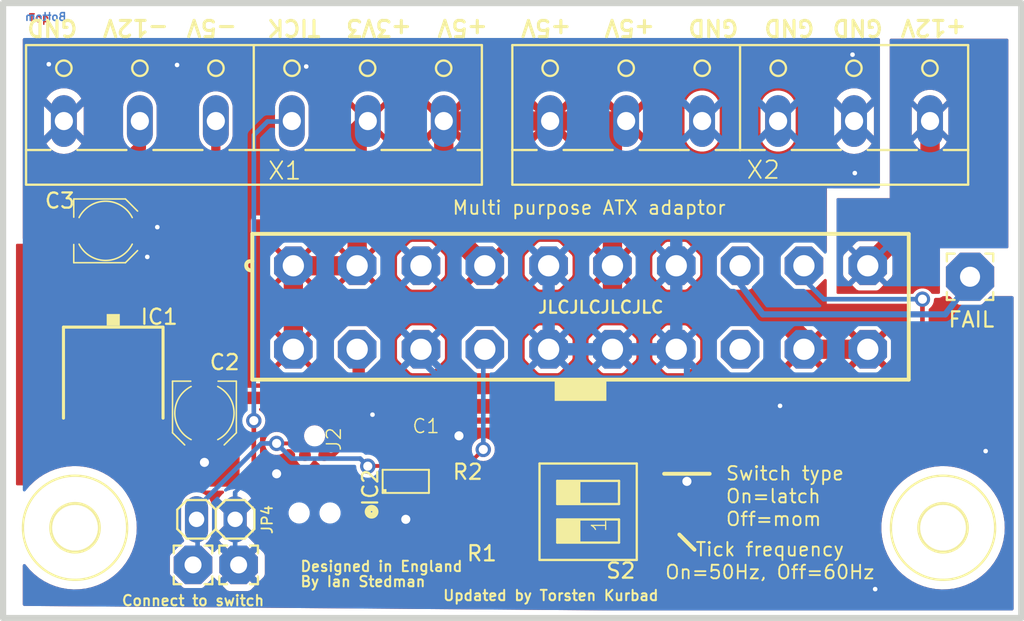
<source format=kicad_pcb>
(kicad_pcb (version 20221018) (generator pcbnew)
  (layers (0 "F.Cu" signal) (31 "B.Cu" signal) (34 "B.Paste" user) (35 "F.Paste" user) (36 "B.SilkS" user "B.Silkscreen") (37 "F.SilkS" user "F.Silkscreen") (38 "B.Mask" user) (39 "F.Mask" user) (44 "Edge.Cuts" user))
  (net 0 "")
  (net 1 "GND")
  (net 2 "+5VPOWER")
  (net 3 "-12VPOWER")
  (net 4 "+5VSB")
  (net 5 "+12VPOWER")
  (net 6 "FAIL")
  (net 7 "-5VA")
  (net 8 "+3V3")
  (net 9 "SWITCH1")
  (net 10 "PCLK")
  (net 11 "PDAT")
  (net 12 "PWRON")
  (net 13 "N$1")
  (net 14 "N$2")
  (net 15 "N$3")
  (footprint "UD-4X5,8_NICHICON" (layer "F.Cu") (at 128.2511 111.7536 -90)
    (fp_text reference "C2" (at -3.345 -2.405) (layer "F.SilkS") (effects (justify right)))
    (fp_text value "1uF")
    (pad "+" smd rect (at 1.425 0 270) (size 2 1) (layers "F.Cu" "F.Paste" "F.Mask") (net 1 "GND"))
    (pad "-" smd rect (at -1.425 0 270) (size 2 1) (layers "F.Cu" "F.Paste" "F.Mask") (net 3 "-12VPOWER"))
  )
  (footprint "2,54_1,1" (layer "F.Cu") (at 130.5011 121.7536)
    (fp_text reference "PAD2" hide)
    (fp_text value "")
    (pad "1" thru_hole roundrect (at 0 0) (size 2.54 2.54) (drill 1.1176) (layers "*.Cu" "*.Mask") (chamfer_ratio 0.2928932188) (chamfer top_left top_right bottom_left bottom_right) (net 1 "GND"))
  )
  (footprint "MOLEX39281203" (layer "F.Cu") (at 153.0011 104.7536)
    (fp_text reference "J1" hide)
    (fp_text value "ATXP20" hide)
    (pad "1" thru_hole roundrect (at -18.9 -2.7) (size 2.54 2.54) (drill 1.4) (layers "*.Cu" "*.Mask") (chamfer_ratio 0.2928932188) (chamfer top_left top_right bottom_left bottom_right) (net 8 "+3V3"))
    (pad "2" thru_hole roundrect (at -14.7 -2.7) (size 2.54 2.54) (drill 1.4) (layers "*.Cu" "*.Mask") (chamfer_ratio 0.2928932188) (chamfer top_left top_right bottom_left bottom_right) (net 8 "+3V3"))
    (pad "3" thru_hole roundrect (at -10.5 -2.7) (size 2.54 2.54) (drill 1.4) (layers "*.Cu" "*.Mask") (chamfer_ratio 0.2928932188) (chamfer top_left top_right bottom_left bottom_right) (net 1 "GND"))
    (pad "4" thru_hole roundrect (at -6.3 -2.7) (size 2.54 2.54) (drill 1.4) (layers "*.Cu" "*.Mask") (chamfer_ratio 0.2928932188) (chamfer top_left top_right bottom_left bottom_right) (net 2 "+5VPOWER"))
    (pad "5" thru_hole roundrect (at -2.1 -2.7) (size 2.54 2.54) (drill 1.4) (layers "*.Cu" "*.Mask") (chamfer_ratio 0.2928932188) (chamfer top_left top_right bottom_left bottom_right) (net 1 "GND"))
    (pad "6" thru_hole roundrect (at 2.1 -2.7) (size 2.54 2.54) (drill 1.4) (layers "*.Cu" "*.Mask") (chamfer_ratio 0.2928932188) (chamfer top_left top_right bottom_left bottom_right) (net 2 "+5VPOWER"))
    (pad "7" thru_hole roundrect (at 6.3 -2.7) (size 2.54 2.54) (drill 1.4) (layers "*.Cu" "*.Mask") (chamfer_ratio 0.2928932188) (chamfer top_left top_right bottom_left bottom_right) (net 1 "GND"))
    (pad "8" thru_hole roundrect (at 10.5 -2.7) (size 2.54 2.54) (drill 1.4) (layers "*.Cu" "*.Mask") (chamfer_ratio 0.2928932188) (chamfer top_left top_right bottom_left bottom_right) (net 6 "FAIL"))
    (pad "9" thru_hole roundrect (at 14.7 -2.7) (size 2.54 2.54) (drill 1.4) (layers "*.Cu" "*.Mask") (chamfer_ratio 0.2928932188) (chamfer top_left top_right bottom_left bottom_right) (net 4 "+5VSB"))
    (pad "10" thru_hole roundrect (at 18.9 -2.7) (size 2.54 2.54) (drill 1.4) (layers "*.Cu" "*.Mask") (chamfer_ratio 0.2928932188) (chamfer top_left top_right bottom_left bottom_right) (net 5 "+12VPOWER"))
    (pad "11" thru_hole roundrect (at -18.9 2.8) (size 2.54 2.54) (drill 1.4) (layers "*.Cu" "*.Mask") (chamfer_ratio 0.2928932188) (chamfer top_left top_right bottom_left bottom_right) (net 8 "+3V3"))
    (pad "12" thru_hole roundrect (at -14.7 2.8) (size 2.54 2.54) (drill 1.4) (layers "*.Cu" "*.Mask") (chamfer_ratio 0.2928932188) (chamfer top_left top_right bottom_left bottom_right) (net 3 "-12VPOWER"))
    (pad "13" thru_hole roundrect (at -10.5 2.8) (size 2.54 2.54) (drill 1.4) (layers "*.Cu" "*.Mask") (chamfer_ratio 0.2928932188) (chamfer top_left top_right bottom_left bottom_right) (net 1 "GND"))
    (pad "14" thru_hole roundrect (at -6.3 2.8) (size 2.54 2.54) (drill 1.4) (layers "*.Cu" "*.Mask") (chamfer_ratio 0.2928932188) (chamfer top_left top_right bottom_left bottom_right) (net 12 "PWRON"))
    (pad "15" thru_hole roundrect (at -2.1 2.8) (size 2.54 2.54) (drill 1.4) (layers "*.Cu" "*.Mask") (chamfer_ratio 0.2928932188) (chamfer top_left top_right bottom_left bottom_right) (net 1 "GND"))
    (pad "16" thru_hole roundrect (at 2.1 2.8) (size 2.54 2.54) (drill 1.4) (layers "*.Cu" "*.Mask") (chamfer_ratio 0.2928932188) (chamfer top_left top_right bottom_left bottom_right) (net 1 "GND"))
    (pad "17" thru_hole roundrect (at 6.3 2.8) (size 2.54 2.54) (drill 1.4) (layers "*.Cu" "*.Mask") (chamfer_ratio 0.2928932188) (chamfer top_left top_right bottom_left bottom_right) (net 1 "GND"))
    (pad "18" thru_hole roundrect (at 10.5 2.8) (size 2.54 2.54) (drill 1.4) (layers "*.Cu" "*.Mask") (chamfer_ratio 0.2928932188) (chamfer top_left top_right bottom_left bottom_right) (net 7 "-5VA"))
    (pad "19" thru_hole roundrect (at 14.7 2.8) (size 2.54 2.54) (drill 1.4) (layers "*.Cu" "*.Mask") (chamfer_ratio 0.2928932188) (chamfer top_left top_right bottom_left bottom_right) (net 2 "+5VPOWER"))
    (pad "20" thru_hole roundrect (at 18.9 2.8) (size 2.54 2.54) (drill 1.4) (layers "*.Cu" "*.Mask") (chamfer_ratio 0.2928932188) (chamfer top_left top_right bottom_left bottom_right) (net 2 "+5VPOWER"))
  )
  (footprint "R0603" (layer "F.Cu") (at 145.5011 119.2536)
    (fp_text reference "R1" (at -0.0711 1.7464) (layer "F.SilkS") (effects (justify left)))
    (fp_text value "2K2")
    (pad "1" smd rect (at -0.85 0) (size 1 1.1) (layers "F.Cu" "F.Paste" "F.Mask") (net 11 "PDAT"))
    (pad "2" smd rect (at 0.85 0) (size 1 1.1) (layers "F.Cu" "F.Paste" "F.Mask") (net 14 "N$2"))
  )
  (footprint "C0603" (layer "F.Cu") (at 142.5011 113.2536)
    (fp_text reference "C1" (at -0.635 -0.635) (layer "F.SilkS") (effects (font (size 0.922528 0.922528) (thickness 0.093472)) (justify left)))
    (fp_text value "100nF")
    (pad "1" smd rect (at -0.85 0) (size 1.1 1) (layers "F.Cu" "F.Paste" "F.Mask") (net 4 "+5VSB"))
    (pad "2" smd rect (at 0.85 0) (size 1.1 1) (layers "F.Cu" "F.Paste" "F.Mask") (net 1 "GND"))
  )
  (footprint "R0603" (layer "F.Cu") (at 145.5011 117.2536)
    (fp_text reference "R2" (at -1.0011 -1.6236) (layer "F.SilkS") (effects (justify left)))
    (fp_text value "2K2")
    (pad "1" smd rect (at -0.85 0) (size 1 1.1) (layers "F.Cu" "F.Paste" "F.Mask") (net 10 "PCLK"))
    (pad "2" smd rect (at 0.85 0) (size 1 1.1) (layers "F.Cu" "F.Paste" "F.Mask") (net 13 "N$1"))
  )
  (footprint "UD-4X5,8_NICHICON" (layer "F.Cu") (at 121.7511 99.7536)
    (fp_text reference "C3" (at -4.0911 -1.9836) (layer "F.SilkS") (effects (justify left)))
    (fp_text value "2.2uF")
    (pad "+" smd rect (at 1.425 0) (size 2 1) (layers "F.Cu" "F.Paste" "F.Mask") (net 1 "GND"))
    (pad "-" smd rect (at -1.425 0) (size 2 1) (layers "F.Cu" "F.Paste" "F.Mask") (net 15 "N$3"))
  )
  (footprint "3,17_1,3" (layer "F.Cu") (at 178.6331 102.7776)
    (fp_text reference "FAIL" (at -1.5131 2.8224) (layer "F.SilkS") (effects (justify left)))
    (fp_text value "")
    (pad "1" thru_hole roundrect (at 0 0) (size 3.175 3.175) (drill 1.3208) (layers "*.Cu" "*.Mask") (chamfer_ratio 0.2928932188) (chamfer top_left top_right bottom_left bottom_right) (net 6 "FAIL"))
  )
  (footprint "W237-6" (layer "F.Cu") (at 131.5011 91.2536)
    (fp_text reference "X1" (at 0.857 4.5438) (layer "F.SilkS") (effects (font (size 1.1557 1.1557) (thickness 0.1143)) (justify left)))
    (fp_text value "")
    (pad "1" thru_hole oval (at -12.5 1.27 90) (size 3.4036 1.7018) (drill 1.1938) (layers "*.Cu" "*.Mask") (net 1 "GND"))
    (pad "2" thru_hole oval (at -7.5 1.27 90) (size 3.4036 1.7018) (drill 1.1938) (layers "*.Cu" "*.Mask") (net 3 "-12VPOWER"))
    (pad "3" thru_hole oval (at -2.5 1.27 90) (size 3.4036 1.7018) (drill 1.1938) (layers "*.Cu" "*.Mask") (net 15 "N$3"))
    (pad "4" thru_hole oval (at 2.5 1.27 90) (size 3.4036 1.7018) (drill 1.1938) (layers "*.Cu" "*.Mask") (net 10 "PCLK"))
    (pad "5" thru_hole oval (at 7.5 1.27 90) (size 3.4036 1.7018) (drill 1.1938) (layers "*.Cu" "*.Mask") (net 8 "+3V3"))
    (pad "6" thru_hole oval (at 12.5 1.27 90) (size 3.4036 1.7018) (drill 1.1938) (layers "*.Cu" "*.Mask") (net 2 "+5VPOWER"))
  )
  (footprint "SOT23-6" (layer "F.Cu") (at 141.5011 116.2536)
    (fp_text reference "IC2" hide)
    (fp_text value "PIC10F202" hide)
    (pad "1" smd rect (at -1.016 1.016 90) (size 1.27 0.635) (layers "F.Cu" "F.Paste" "F.Mask") (net 11 "PDAT"))
    (pad "2" smd rect (at 0 1.016 90) (size 1.27 0.635) (layers "F.Cu" "F.Paste" "F.Mask") (net 1 "GND"))
    (pad "3" smd rect (at 1.016 1.016 90) (size 1.27 0.635) (layers "F.Cu" "F.Paste" "F.Mask") (net 10 "PCLK"))
    (pad "4" smd rect (at 1.016 -1.016 270) (size 1.27 0.635) (layers "F.Cu" "F.Paste" "F.Mask") (net 12 "PWRON"))
    (pad "5" smd rect (at 0 -1.016 270) (size 1.27 0.635) (layers "F.Cu" "F.Paste" "F.Mask") (net 4 "+5VSB"))
    (pad "6" smd rect (at -1.016 -1.016 270) (size 1.27 0.635) (layers "F.Cu" "F.Paste" "F.Mask") (net 9 "SWITCH1"))
  )
  (footprint "W237-6" (layer "F.Cu") (at 163.5011 91.2536)
    (fp_text reference "X2" (at 0.3489 4.4864) (layer "F.SilkS") (effects (font (size 1.1557 1.1557) (thickness 0.1143)) (justify left)))
    (fp_text value "")
    (pad "1" thru_hole oval (at -12.5 1.27 90) (size 3.4036 1.7018) (drill 1.1938) (layers "*.Cu" "*.Mask") (net 2 "+5VPOWER"))
    (pad "2" thru_hole oval (at -7.5 1.27 90) (size 3.4036 1.7018) (drill 1.1938) (layers "*.Cu" "*.Mask") (net 2 "+5VPOWER"))
    (pad "3" thru_hole oval (at -2.5 1.27 90) (size 3.4036 1.7018) (drill 1.1938) (layers "*.Cu" "*.Mask") (net 1 "GND"))
    (pad "4" thru_hole oval (at 2.5 1.27 90) (size 3.4036 1.7018) (drill 1.1938) (layers "*.Cu" "*.Mask") (net 1 "GND"))
    (pad "5" thru_hole oval (at 7.5 1.27 90) (size 3.4036 1.7018) (drill 1.1938) (layers "*.Cu" "*.Mask") (net 1 "GND"))
    (pad "6" thru_hole oval (at 12.5 1.27 90) (size 3.4036 1.7018) (drill 1.1938) (layers "*.Cu" "*.Mask") (net 5 "+12VPOWER"))
  )
  (footprint "2,54_1,1" (layer "F.Cu") (at 127.5011 121.7536)
    (fp_text reference "PAD1" hide)
    (fp_text value "")
    (pad "1" thru_hole roundrect (at 0 0) (size 2.54 2.54) (drill 1.1176) (layers "*.Cu" "*.Mask") (chamfer_ratio 0.2928932188) (chamfer top_left top_right bottom_left bottom_right) (net 9 "SWITCH1"))
  )
  (footprint "3,0" (layer "F.Cu") (at 176.8561 119.3086)
    (fp_text reference "H1" hide)
    (fp_text value "MOUNT-HOLE3.0" hide)
    (pad "" np_thru_hole circle (at 0 0) (size 3 3) (drill 3) (layers "*.Cu" "*.Mask"))
    (zone (net 0) (net_name "") (layer "F.Cu") (connect_pads (clearance 0)) (min_thickness 0.25)
      (keepout (tracks not_allowed) (vias not_allowed) (pads not_allowed) (copperpour not_allowed) (footprints allowed))
      (fill (thermal_gap 0.5) (thermal_bridge_width 0.5))
      (polygon (pts (xy 180.9201 119.3086) (xy 180.899905 118.903956) (xy 180.839521 118.503334) (xy 180.739548 118.110715) (xy 180.600979 117.730001) (xy 180.425192 117.364976) (xy 180.213934 117.019267) (xy 179.969305 116.696311) (xy 179.693734 116.399317) (xy 179.389963 116.131237) (xy 179.061008 115.894735) (xy 178.71014 115.692161) (xy 178.340846 115.525529) (xy 177.956796 115.396495) (xy 177.561806 115.306341) (xy 177.159803 115.255964) (xy 176.754782 115.245863) (xy 176.350767 115.27614) (xy 175.951775 115.346493) (xy 175.56177 115.456223) (xy 175.184629 115.60424) (xy 174.8241 115.789073) (xy 174.483766 116.008884) (xy 174.167009 116.261489) (xy 173.876977 116.544378) (xy 173.616553 116.854739) (xy 173.388326 117.189487) (xy 173.194563 117.545296) (xy 173.037189 117.91863) (xy 172.91777 118.305778) (xy 172.837492 118.702892) (xy 172.797152 119.106026) (xy 172.797152 119.511174) (xy 172.837492 119.914308) (xy 172.91777 120.311422) (xy 173.037189 120.69857) (xy 173.194563 121.071904) (xy 173.388326 121.427713) (xy 173.616553 121.762461) (xy 173.876977 122.072822) (xy 174.167009 122.355711) (xy 174.483766 122.608316) (xy 174.8241 122.828127) (xy 175.184629 123.01296) (xy 175.56177 123.160977) (xy 175.951775 123.270707) (xy 176.350767 123.34106) (xy 176.754782 123.371337) (xy 177.159803 123.361236) (xy 177.561806 123.310859) (xy 177.956796 123.220705) (xy 178.340846 123.091671) (xy 178.71014 122.925039) (xy 179.061008 122.722465) (xy 179.389963 122.485963) (xy 179.693734 122.217883) (xy 179.969305 121.920889) (xy 180.213934 121.597933) (xy 180.425192 121.252224) (xy 180.600979 120.887199) (xy 180.739548 120.506485) (xy 180.839521 120.113866) (xy 180.899905 119.713244)))
      (polygon (pts (xy 178.8881 119.3086) (xy 178.868325 119.0258) (xy 178.809384 118.748505) (xy 178.712424 118.482111) (xy 178.579334 118.231804) (xy 178.412702 118.002456) (xy 178.215773 117.79853) (xy 177.99238 117.623996) (xy 177.74687 117.48225) (xy 177.484023 117.376053) (xy 177.208953 117.307471) (xy 176.927016 117.277838) (xy 176.643698 117.287732) (xy 176.364515 117.336959) (xy 176.094899 117.424562) (xy 175.8401 117.548836) (xy 175.605076 117.707362) (xy 175.394402 117.897054) (xy 175.212177 118.11422) (xy 175.06195 118.354634) (xy 174.946645 118.613615) (xy 174.868504 118.886123) (xy 174.82905 119.166855) (xy 174.82905 119.450345) (xy 174.868504 119.731077) (xy 174.946645 120.003585) (xy 175.06195 120.262566) (xy 175.212177 120.50298) (xy 175.394402 120.720146) (xy 175.605076 120.909838) (xy 175.8401 121.068364) (xy 176.094899 121.192638) (xy 176.364515 121.280241) (xy 176.643698 121.329468) (xy 176.927016 121.339362) (xy 177.208953 121.309729) (xy 177.484023 121.241147) (xy 177.74687 121.13495) (xy 177.99238 120.993204) (xy 178.215773 120.81867) (xy 178.412702 120.614744) (xy 178.579334 120.385396) (xy 178.712424 120.135089) (xy 178.809384 119.868695) (xy 178.868325 119.5914)))
    )
    (zone (net 0) (net_name "") (layer "B.Cu") (connect_pads (clearance 0)) (min_thickness 0.25)
      (keepout (tracks not_allowed) (vias not_allowed) (pads not_allowed) (copperpour not_allowed) (footprints allowed))
      (fill (thermal_gap 0.5) (thermal_bridge_width 0.5))
      (polygon (pts (xy 180.9201 119.3086) (xy 180.899905 118.903956) (xy 180.839521 118.503334) (xy 180.739548 118.110715) (xy 180.600979 117.730001) (xy 180.425192 117.364976) (xy 180.213934 117.019267) (xy 179.969305 116.696311) (xy 179.693734 116.399317) (xy 179.389963 116.131237) (xy 179.061008 115.894735) (xy 178.71014 115.692161) (xy 178.340846 115.525529) (xy 177.956796 115.396495) (xy 177.561806 115.306341) (xy 177.159803 115.255964) (xy 176.754782 115.245863) (xy 176.350767 115.27614) (xy 175.951775 115.346493) (xy 175.56177 115.456223) (xy 175.184629 115.60424) (xy 174.8241 115.789073) (xy 174.483766 116.008884) (xy 174.167009 116.261489) (xy 173.876977 116.544378) (xy 173.616553 116.854739) (xy 173.388326 117.189487) (xy 173.194563 117.545296) (xy 173.037189 117.91863) (xy 172.91777 118.305778) (xy 172.837492 118.702892) (xy 172.797152 119.106026) (xy 172.797152 119.511174) (xy 172.837492 119.914308) (xy 172.91777 120.311422) (xy 173.037189 120.69857) (xy 173.194563 121.071904) (xy 173.388326 121.427713) (xy 173.616553 121.762461) (xy 173.876977 122.072822) (xy 174.167009 122.355711) (xy 174.483766 122.608316) (xy 174.8241 122.828127) (xy 175.184629 123.01296) (xy 175.56177 123.160977) (xy 175.951775 123.270707) (xy 176.350767 123.34106) (xy 176.754782 123.371337) (xy 177.159803 123.361236) (xy 177.561806 123.310859) (xy 177.956796 123.220705) (xy 178.340846 123.091671) (xy 178.71014 122.925039) (xy 179.061008 122.722465) (xy 179.389963 122.485963) (xy 179.693734 122.217883) (xy 179.969305 121.920889) (xy 180.213934 121.597933) (xy 180.425192 121.252224) (xy 180.600979 120.887199) (xy 180.739548 120.506485) (xy 180.839521 120.113866) (xy 180.899905 119.713244)))
      (polygon (pts (xy 178.8881 119.3086) (xy 178.868325 119.0258) (xy 178.809384 118.748505) (xy 178.712424 118.482111) (xy 178.579334 118.231804) (xy 178.412702 118.002456) (xy 178.215773 117.79853) (xy 177.99238 117.623996) (xy 177.74687 117.48225) (xy 177.484023 117.376053) (xy 177.208953 117.307471) (xy 176.927016 117.277838) (xy 176.643698 117.287732) (xy 176.364515 117.336959) (xy 176.094899 117.424562) (xy 175.8401 117.548836) (xy 175.605076 117.707362) (xy 175.394402 117.897054) (xy 175.212177 118.11422) (xy 175.06195 118.354634) (xy 174.946645 118.613615) (xy 174.868504 118.886123) (xy 174.82905 119.166855) (xy 174.82905 119.450345) (xy 174.868504 119.731077) (xy 174.946645 120.003585) (xy 175.06195 120.262566) (xy 175.212177 120.50298) (xy 175.394402 120.720146) (xy 175.605076 120.909838) (xy 175.8401 121.068364) (xy 176.094899 121.192638) (xy 176.364515 121.280241) (xy 176.643698 121.329468) (xy 176.927016 121.339362) (xy 177.208953 121.309729) (xy 177.484023 121.241147) (xy 177.74687 121.13495) (xy 177.99238 120.993204) (xy 178.215773 120.81867) (xy 178.412702 120.614744) (xy 178.579334 120.385396) (xy 178.712424 120.135089) (xy 178.809384 119.868695) (xy 178.868325 119.5914)))
    )
  )
  (footprint "3,0" (layer "F.Cu") (at 119.7361 119.3086)
    (fp_text reference "H2" hide)
    (fp_text value "MOUNT-HOLE3.0" hide)
    (pad "" np_thru_hole circle (at 0 0) (size 3 3) (drill 3) (layers "*.Cu" "*.Mask"))
    (zone (net 0) (net_name "") (layer "F.Cu") (connect_pads (clearance 0)) (min_thickness 0.25)
      (keepout (tracks not_allowed) (vias not_allowed) (pads not_allowed) (copperpour not_allowed) (footprints allowed))
      (fill (thermal_gap 0.5) (thermal_bridge_width 0.5))
      (polygon (pts (xy 123.8001 119.3086) (xy 123.779905 118.903956) (xy 123.719521 118.503334) (xy 123.619548 118.110715) (xy 123.480979 117.730001) (xy 123.305192 117.364976) (xy 123.093934 117.019267) (xy 122.849305 116.696311) (xy 122.573734 116.399317) (xy 122.269963 116.131237) (xy 121.941008 115.894735) (xy 121.59014 115.692161) (xy 121.220846 115.525529) (xy 120.836796 115.396495) (xy 120.441806 115.306341) (xy 120.039803 115.255964) (xy 119.634782 115.245863) (xy 119.230767 115.27614) (xy 118.831775 115.346493) (xy 118.44177 115.456223) (xy 118.064629 115.60424) (xy 117.7041 115.789073) (xy 117.363766 116.008884) (xy 117.047009 116.261489) (xy 116.756977 116.544378) (xy 116.496553 116.854739) (xy 116.268326 117.189487) (xy 116.074563 117.545296) (xy 115.917189 117.91863) (xy 115.79777 118.305778) (xy 115.717492 118.702892) (xy 115.677152 119.106026) (xy 115.677152 119.511174) (xy 115.717492 119.914308) (xy 115.79777 120.311422) (xy 115.917189 120.69857) (xy 116.074563 121.071904) (xy 116.268326 121.427713) (xy 116.496553 121.762461) (xy 116.756977 122.072822) (xy 117.047009 122.355711) (xy 117.363766 122.608316) (xy 117.7041 122.828127) (xy 118.064629 123.01296) (xy 118.44177 123.160977) (xy 118.831775 123.270707) (xy 119.230767 123.34106) (xy 119.634782 123.371337) (xy 120.039803 123.361236) (xy 120.441806 123.310859) (xy 120.836796 123.220705) (xy 121.220846 123.091671) (xy 121.59014 122.925039) (xy 121.941008 122.722465) (xy 122.269963 122.485963) (xy 122.573734 122.217883) (xy 122.849305 121.920889) (xy 123.093934 121.597933) (xy 123.305192 121.252224) (xy 123.480979 120.887199) (xy 123.619548 120.506485) (xy 123.719521 120.113866) (xy 123.779905 119.713244)))
      (polygon (pts (xy 121.7681 119.3086) (xy 121.748325 119.0258) (xy 121.689384 118.748505) (xy 121.592424 118.482111) (xy 121.459334 118.231804) (xy 121.292702 118.002456) (xy 121.095773 117.79853) (xy 120.87238 117.623996) (xy 120.62687 117.48225) (xy 120.364023 117.376053) (xy 120.088953 117.307471) (xy 119.807016 117.277838) (xy 119.523698 117.287732) (xy 119.244515 117.336959) (xy 118.974899 117.424562) (xy 118.7201 117.548836) (xy 118.485076 117.707362) (xy 118.274402 117.897054) (xy 118.092177 118.11422) (xy 117.94195 118.354634) (xy 117.826645 118.613615) (xy 117.748504 118.886123) (xy 117.70905 119.166855) (xy 117.70905 119.450345) (xy 117.748504 119.731077) (xy 117.826645 120.003585) (xy 117.94195 120.262566) (xy 118.092177 120.50298) (xy 118.274402 120.720146) (xy 118.485076 120.909838) (xy 118.7201 121.068364) (xy 118.974899 121.192638) (xy 119.244515 121.280241) (xy 119.523698 121.329468) (xy 119.807016 121.339362) (xy 120.088953 121.309729) (xy 120.364023 121.241147) (xy 120.62687 121.13495) (xy 120.87238 120.993204) (xy 121.095773 120.81867) (xy 121.292702 120.614744) (xy 121.459334 120.385396) (xy 121.592424 120.135089) (xy 121.689384 119.868695) (xy 121.748325 119.5914)))
    )
    (zone (net 0) (net_name "") (layer "B.Cu") (connect_pads (clearance 0)) (min_thickness 0.25)
      (keepout (tracks not_allowed) (vias not_allowed) (pads not_allowed) (copperpour not_allowed) (footprints allowed))
      (fill (thermal_gap 0.5) (thermal_bridge_width 0.5))
      (polygon (pts (xy 123.8001 119.3086) (xy 123.779905 118.903956) (xy 123.719521 118.503334) (xy 123.619548 118.110715) (xy 123.480979 117.730001) (xy 123.305192 117.364976) (xy 123.093934 117.019267) (xy 122.849305 116.696311) (xy 122.573734 116.399317) (xy 122.269963 116.131237) (xy 121.941008 115.894735) (xy 121.59014 115.692161) (xy 121.220846 115.525529) (xy 120.836796 115.396495) (xy 120.441806 115.306341) (xy 120.039803 115.255964) (xy 119.634782 115.245863) (xy 119.230767 115.27614) (xy 118.831775 115.346493) (xy 118.44177 115.456223) (xy 118.064629 115.60424) (xy 117.7041 115.789073) (xy 117.363766 116.008884) (xy 117.047009 116.261489) (xy 116.756977 116.544378) (xy 116.496553 116.854739) (xy 116.268326 117.189487) (xy 116.074563 117.545296) (xy 115.917189 117.91863) (xy 115.79777 118.305778) (xy 115.717492 118.702892) (xy 115.677152 119.106026) (xy 115.677152 119.511174) (xy 115.717492 119.914308) (xy 115.79777 120.311422) (xy 115.917189 120.69857) (xy 116.074563 121.071904) (xy 116.268326 121.427713) (xy 116.496553 121.762461) (xy 116.756977 122.072822) (xy 117.047009 122.355711) (xy 117.363766 122.608316) (xy 117.7041 122.828127) (xy 118.064629 123.01296) (xy 118.44177 123.160977) (xy 118.831775 123.270707) (xy 119.230767 123.34106) (xy 119.634782 123.371337) (xy 120.039803 123.361236) (xy 120.441806 123.310859) (xy 120.836796 123.220705) (xy 121.220846 123.091671) (xy 121.59014 122.925039) (xy 121.941008 122.722465) (xy 122.269963 122.485963) (xy 122.573734 122.217883) (xy 122.849305 121.920889) (xy 123.093934 121.597933) (xy 123.305192 121.252224) (xy 123.480979 120.887199) (xy 123.619548 120.506485) (xy 123.719521 120.113866) (xy 123.779905 119.713244)))
      (polygon (pts (xy 121.7681 119.3086) (xy 121.748325 119.0258) (xy 121.689384 118.748505) (xy 121.592424 118.482111) (xy 121.459334 118.231804) (xy 121.292702 118.002456) (xy 121.095773 117.79853) (xy 120.87238 117.623996) (xy 120.62687 117.48225) (xy 120.364023 117.376053) (xy 120.088953 117.307471) (xy 119.807016 117.277838) (xy 119.523698 117.287732) (xy 119.244515 117.336959) (xy 118.974899 117.424562) (xy 118.7201 117.548836) (xy 118.485076 117.707362) (xy 118.274402 117.897054) (xy 118.092177 118.11422) (xy 117.94195 118.354634) (xy 117.826645 118.613615) (xy 117.748504 118.886123) (xy 117.70905 119.166855) (xy 117.70905 119.450345) (xy 117.748504 119.731077) (xy 117.826645 120.003585) (xy 117.94195 120.262566) (xy 118.092177 120.50298) (xy 118.274402 120.720146) (xy 118.485076 120.909838) (xy 118.7201 121.068364) (xy 118.974899 121.192638) (xy 119.244515 121.280241) (xy 119.523698 121.329468) (xy 119.807016 121.339362) (xy 120.088953 121.309729) (xy 120.364023 121.241147) (xy 120.62687 121.13495) (xy 120.87238 120.993204) (xy 121.095773 120.81867) (xy 121.292702 120.614744) (xy 121.459334 120.385396) (xy 121.592424 120.135089) (xy 121.689384 119.868695) (xy 121.748325 119.5914)))
    )
  )
  (footprint "SMS-002" (layer "F.Cu") (at 153.5011 118.2536 90)
    (fp_text reference "S2" (at -3.8864 3.1989) (layer "F.SilkS") (effects (justify right)))
    (fp_text value "SWS002")
    (fp_text user "1" (at -1.397 1.27 90) (layer "F.SilkS") (effects (font (size 0.93472 0.93472) (thickness 0.08128)) (justify left bottom)))
    (pad "1" smd rect (at -1.27 4.4958 90) (size 1.0922 2.0066) (layers "F.Cu" "F.Paste" "F.Mask") (net 1 "GND"))
    (pad "2" smd rect (at 1.27 4.4958 90) (size 1.0922 2.0066) (layers "F.Cu" "F.Paste" "F.Mask") (net 1 "GND"))
    (pad "3" smd rect (at 1.27 -4.4958 90) (size 1.0922 2.0066) (layers "F.Cu" "F.Paste" "F.Mask") (net 13 "N$1"))
    (pad "4" smd rect (at -1.27 -4.4958 90) (size 1.0922 2.0066) (layers "F.Cu" "F.Paste" "F.Mask") (net 14 "N$2"))
  )
  (footprint "DPACK_3" (layer "F.Cu") (at 122.2511 108.2536 180)
    (fp_text reference "IC1" (at -1.7089 2.8336) (layer "F.SilkS") (effects (justify left)))
    (fp_text value "MC79M05CDTG")
    (pad "1" smd rect (at -2.28 4.8 180) (size 1 1.6) (layers "F.Cu" "F.Paste" "F.Mask") (net 1 "GND"))
    (pad "3" smd rect (at 2.28 4.8 180) (size 1 1.6) (layers "F.Cu" "F.Paste" "F.Mask") (net 15 "N$3"))
    (pad "4" smd rect (at 0 -2.5 180) (size 5.4 6.2) (layers "F.Cu" "F.Paste" "F.Mask") (net 3 "-12VPOWER"))
  )
  (footprint "TC2030-MCP-NL" (layer "F.Cu") (at 135.5011 113.2536 -90)
    (fp_text reference "J2" (at -0.635 -1.27 90) (layer "F.SilkS") (effects (font (size 0.922528 0.922528) (thickness 0.093472)) (justify right)))
    (fp_text value "" hide)
    (pad "" np_thru_hole circle (at 0 0 270) (size 0.889 0.889) (drill 0.889) (layers "*.Cu" "*.Mask"))
    (pad "" np_thru_hole circle (at 5.08 -1.016 270) (size 0.889 0.889) (drill 0.889) (layers "*.Cu" "*.Mask"))
    (pad "" np_thru_hole circle (at 5.08 1.016 270) (size 0.889 0.889) (drill 0.889) (layers "*.Cu" "*.Mask"))
    (pad "1" smd roundrect (at 1.27 0.635 270) (size 0.7874 0.7874) (layers "F.Cu" "F.Mask") (roundrect_rratio 0.5) (net 9 "SWITCH1"))
    (pad "2" smd roundrect (at 1.27 -0.635 270) (size 0.7874 0.7874) (layers "F.Cu" "F.Mask") (roundrect_rratio 0.5) (net 4 "+5VSB"))
    (pad "3" smd roundrect (at 2.54 0.635 270) (size 0.7874 0.7874) (layers "F.Cu" "F.Mask") (roundrect_rratio 0.5) (net 1 "GND"))
    (pad "4" smd roundrect (at 2.54 -0.635 270) (size 0.7874 0.7874) (layers "F.Cu" "F.Mask") (roundrect_rratio 0.5) (net 11 "PDAT"))
    (pad "5" smd roundrect (at 3.81 0.635 270) (size 0.7874 0.7874) (layers "F.Cu" "F.Mask") (roundrect_rratio 0.5) (net 10 "PCLK"))
    (pad "6" smd roundrect (at 3.81 -0.635 270) (size 0.7874 0.7874) (layers "F.Cu" "F.Mask") (roundrect_rratio 0.5))
  )
  (footprint "1X02" (layer "F.Cu") (at 129.0011 118.7536 180)
    (fp_text reference "JP4" (at -3.3789 1.0036 90) (layer "F.SilkS") (effects (font (size 0.6985 0.6985) (thickness 0.1143)) (justify right)))
    (fp_text value "")
    (pad "1" thru_hole oval (at -1.27 0 270) (size 3.048 1.524) (drill 1.016) (layers "*.Cu" "*.Mask") (net 1 "GND"))
    (pad "2" thru_hole oval (at 1.27 0 270) (size 3.048 1.524) (drill 1.016) (layers "*.Cu" "*.Mask") (net 9 "SWITCH1"))
  )
  (gr_circle (center 139.2511 118.2536) (end 139.5011 118.2536) (stroke (width 0.4064)) (fill none) (layer "F.SilkS"))
  (gr_line (start 159.5011 119.7536) (end 160.5011 120.7536) (stroke (width 0.254)) (layer "F.SilkS"))
  (gr_line (start 158.5011 115.7536) (end 161.5011 115.7536) (stroke (width 0.254)) (layer "F.SilkS"))
  (gr_line (start 182.0011 125.2536) (end 115.0011 125.2536) (stroke (width 0.4064)) (layer "Edge.Cuts"))
  (gr_line (start 115.0011 125.2536) (end 115.0011 84.7536) (stroke (width 0.4064)) (layer "Edge.Cuts"))
  (gr_line (start 182.0011 84.7536) (end 182.0011 125.2536) (stroke (width 0.4064)) (layer "Edge.Cuts"))
  (gr_line (start 115.0011 84.7536) (end 182.0011 84.7536) (stroke (width 0.4064)) (layer "Edge.Cuts"))
  (gr_text "Top" (at 116.64 86.04) (layer "F.Cu") (effects (font (size 0.512064 0.512064) (thickness 0.097536)) (justify left bottom)))
  (gr_text "Bottom" (at 119.22 85.96) (layer "B.Cu") (effects (font (size 0.512064 0.512064) (thickness 0.097536)) (justify left bottom mirror)))
  (gr_text "Off=mom" (at 162.5011 119.2536) (layer "F.SilkS") (effects (font (size 0.89408 0.89408) (thickness 0.12192)) (justify left bottom)))
  (gr_text "GND" (at 163.5011 85.7536 180) (layer "F.SilkS") (effects (font (size 1.0668 1.0668) (thickness 0.2032)) (justify left bottom)))
  (gr_text "Switch type" (at 162.5011 116.2536) (layer "F.SilkS") (effects (font (size 0.89408 0.89408) (thickness 0.12192)) (justify left bottom)))
  (gr_text "Updated by Torsten Kurbad" (at 143.89 124.17) (layer "F.SilkS") (effects (font (size 0.682752 0.682752) (thickness 0.130098) bold) (justify left bottom)))
  (gr_text "IC2" (at 139.7511 117.98 90) (layer "F.SilkS") (effects (font (size 1 1)) (justify left bottom)))
  (gr_text "Tick frequency" (at 160.5011 121.2536) (layer "F.SilkS") (effects (font (size 0.89408 0.89408) (thickness 0.12192)) (justify left bottom)))
  (gr_text "JLCJLCJLCJLC" (at 150.12 105.25) (layer "F.SilkS") (effects (font (size 0.8 0.8) (thickness 0.15) bold) (justify left bottom)))
  (gr_text "Connect to switch" (at 122.7511 124.5036) (layer "F.SilkS") (effects (font (size 0.682752 0.682752) (thickness 0.130048)) (justify left bottom)))
  (gr_text "By Ian Stedman" (at 134.5011 123.2536) (layer "F.SilkS") (effects (font (size 0.682752 0.682752) (thickness 0.130048)) (justify left bottom)))
  (gr_text "-5V" (at 130.5011 85.7536 180) (layer "F.SilkS") (effects (font (size 1.0668 1.0668) (thickness 0.2032)) (justify left bottom)))
  (gr_text "GND" (at 120.0011 85.7536 180) (layer "F.SilkS") (effects (font (size 1.0668 1.0668) (thickness 0.2032)) (justify left bottom)))
  (gr_text "-12V" (at 126.0011 85.7536 180) (layer "F.SilkS") (effects (font (size 1.0668 1.0668) (thickness 0.2032)) (justify left bottom)))
  (gr_text "Designed in England" (at 134.5011 122.2536) (layer "F.SilkS") (effects (font (size 0.682752 0.682752) (thickness 0.130048)) (justify left bottom)))
  (gr_text "On=latch" (at 162.5011 117.7536) (layer "F.SilkS") (effects (font (size 0.89408 0.89408) (thickness 0.12192)) (justify left bottom)))
  (gr_text "+5V" (at 147.0011 85.7536 180) (layer "F.SilkS") (effects (font (size 1.0668 1.0668) (thickness 0.2032)) (justify left bottom)))
  (gr_text "Multi purpose ATX adaptor" (at 144.5011 98.7536) (layer "F.SilkS") (effects (font (size 0.89408 0.89408) (thickness 0.12192)) (justify left bottom)))
  (gr_text "+3V3" (at 142.0011 85.7536 180) (layer "F.SilkS") (effects (font (size 1.0668 1.0668) (thickness 0.2032)) (justify left bottom)))
  (gr_text "On=50Hz, Off=60Hz" (at 158.5011 122.7536) (layer "F.SilkS") (effects (font (size 0.89408 0.89408) (thickness 0.12192)) (justify left bottom)))
  (gr_text "+5V" (at 158.0011 85.7536 180) (layer "F.SilkS") (effects (font (size 1.0668 1.0668) (thickness 0.2032)) (justify left bottom)))
  (gr_text "+5V" (at 152.5011 85.7536 180) (layer "F.SilkS") (effects (font (size 1.0668 1.0668) (thickness 0.2032)) (justify left bottom)))
  (gr_text "+12V" (at 178.5011 85.7536 180) (layer "F.SilkS") (effects (font (size 1.0668 1.0668) (thickness 0.2032)) (justify left bottom)))
  (gr_text "GND" (at 173.0011 85.7536 180) (layer "F.SilkS") (effects (font (size 1.0668 1.0668) (thickness 0.2032)) (justify left bottom)))
  (gr_text "GND" (at 168.5011 85.7536 180) (layer "F.SilkS") (effects (font (size 1.0668 1.0668) (thickness 0.2032)) (justify left bottom)))
  (gr_text "TICK" (at 136.0011 85.7536 180) (layer "F.SilkS") (effects (font (size 1.0668 1.0668) (thickness 0.2032)) (justify left bottom)))
  (segment (start 141.5011 118.7536) (end 141.5011 117.2696) (width 0.254) (layer "F.Cu") (net 1))
  (segment (start 124.5311 103.4536) (end 124.5311 101.5111) (width 0.4064) (layer "F.Cu") (net 1))
  (segment (start 145.0011 113.2536) (end 143.3511 113.2536) (width 0.254) (layer "F.Cu") (net 1))
  (segment (start 128.2511 113.1786) (end 128.2511 113.0036) (width 0.254) (layer "F.Cu") (net 1))
  (segment (start 159.5011 116.7536) (end 160.0011 116.2536) (width 0.4064) (layer "F.Cu") (net 1))
  (segment (start 159.2311 119.5236) (end 159.5011 119.2536) (width 0.4064) (layer "F.Cu") (net 1))
  (segment (start 128.2511 115.0036) (end 128.2511 113.1786) (width 0.254) (layer "F.Cu") (net 1))
  (segment (start 133.0411 115.7936) (end 134.8661 115.7936) (width 0.254) (layer "F.Cu") (net 1))
  (segment (start 124.5311 99.9889) (end 125.01 99.51) (width 0.4064) (layer "F.Cu") (net 1))
  (segment (start 158.0269 116.9536) (end 157.9969 116.9836) (width 0.4064) (layer "F.Cu") (net 1))
  (segment (start 124.49 101.47) (end 124.5311 101.4289) (width 0.4064) (layer "F.Cu") (net 1))
  (segment (start 159.5011 117.2536) (end 159.2011 116.9536) (width 0.4064) (layer "F.Cu") (net 1))
  (segment (start 124.2958 99.7536) (end 124.5311 99.9889) (width 0.4064) (layer "F.Cu") (net 1))
  (segment (start 159.2011 116.9536) (end 158.0269 116.9536) (width 0.4064) (layer "F.Cu") (net 1))
  (segment (start 125.01 99.51) (end 125.15 99.51) (width 0.4064) (layer "F.Cu") (net 1))
  (segment (start 128.5011 112.7536) (end 128.5012 112.7537) (width 0.254) (layer "F.Cu") (net 1))
  (segment (start 133.0011 115.7536) (end 133.0411 115.7936) (width 0.254) (layer "F.Cu") (net 1))
  (segment (start 128.2511 113.1786) (end 128.5011 112.7536) (width 0.15) (layer "F.Cu") (net 1))
  (segment (start 128.2511 113.0036) (end 128.5011 112.7536) (width 0.254) (layer "F.Cu") (net 1))
  (segment (start 124.5311 101.5111) (end 124.49 101.47) (width 0.4064) (layer "F.Cu") (net 1))
  (segment (start 159.5011 119.2536) (end 159.5011 117.2536) (width 0.4064) (layer "F.Cu") (net 1))
  (segment (start 123.1761 99.7536) (end 124.2958 99.7536) (width 0.4064) (layer "F.Cu") (net 1))
  (segment (start 124.5311 101.4289) (end 124.5311 99.9889) (width 0.4064) (layer "F.Cu") (net 1))
  (segment (start 159.3011 116.9536) (end 159.5011 116.7536) (width 0.254) (layer "F.Cu") (net 1))
  (segment (start 159.2011 116.9536) (end 159.3011 116.9536) (width 0.4064) (layer "F.Cu") (net 1))
  (segment (start 157.9969 119.5236) (end 159.2311 119.5236) (width 0.4064) (layer "F.Cu") (net 1))
  (via (at 125.15 99.51) (size 0.6) (drill 0.3) (layers "F.Cu" "B.Cu") (net 1))
  (via (at 124.49 101.47) (size 0.6) (drill 0.3) (layers "F.Cu" "B.Cu") (net 1))
  (via (at 171.05 95.95) (size 0.6) (drill 0.3) (layers "F.Cu" "B.Cu") (net 1))
  (via (at 133.0011 115.7536) (size 1.0064) (drill 0.6) (layers "F.Cu" "B.Cu") (net 1))
  (via (at 179.66 114.26) (size 0.6) (drill 0.3) (layers "F.Cu" "B.Cu") (net 1))
  (via (at 118.01 88.78) (size 0.6) (drill 0.3) (layers "F.Cu" "B.Cu") (net 1))
  (via (at 139.31 111.86) (size 0.6) (drill 0.3) (layers "F.Cu" "B.Cu") (net 1))
  (via (at 172.39 123.35) (size 0.6) (drill 0.3) (layers "F.Cu" "B.Cu") (net 1))
  (via (at 141.5011 118.7536) (size 1.0064) (drill 0.6) (layers "F.Cu" "B.Cu") (net 1))
  (via (at 160.0011 116.2536) (size 1.0064) (drill 0.6) (layers "F.Cu" "B.Cu") (net 1))
  (via (at 128.2511 115.0036) (size 1.0064) (drill 0.6) (layers "F.Cu" "B.Cu") (net 1))
  (via (at 166.13 111.28) (size 0.6) (drill 0.3) (layers "F.Cu" "B.Cu") (net 1))
  (via (at 134.95 88.93) (size 0.6) (drill 0.3) (layers "F.Cu" "B.Cu") (net 1))
  (via (at 170.9 88.15) (size 0.6) (drill 0.3) (layers "F.Cu" "B.Cu") (net 1))
  (via (at 145.0011 113.2536) (size 1.0064) (drill 0.6) (layers "F.Cu" "B.Cu") (net 1))
  (via (at 126.45 88.83) (size 0.6) (drill 0.3) (layers "F.Cu" "B.Cu") (net 1))
  (segment (start 128.2511 115.0036) (end 128.2511 115.1036) (width 0.254) (layer "B.Cu") (net 1))
  (segment (start 130.5011 121.7536) (end 130.2711 121.5236) (width 0.3048) (layer "B.Cu") (net 1))
  (segment (start 130.2711 116.9836) (end 131.5011 115.7536) (width 0.254) (layer "B.Cu") (net 1))
  (segment (start 144.5011 110.2536) (end 142.5011 108.2536) (width 0.4064) (layer "B.Cu") (net 1))
  (segment (start 160.0011 108.2536) (end 159.3011 107.5536) (width 0.4064) (layer "B.Cu") (net 1))
  (segment (start 141.5011 118.7536) (end 144.0011 118.2536) (width 0.254) (layer "B.Cu") (net 1))
  (segment (start 159.3011 102.0536) (end 159.3011 95.0236) (width 0.8128) (layer "B.Cu") (net 1))
  (segment (start 130.2711 121.5236) (end 130.2711 118.7536) (width 0.3048) (layer "B.Cu") (net 1))
  (segment (start 144.5011 117.7536) (end 145.0011 113.2536) (width 0.254) (layer "B.Cu") (net 1))
  (segment (start 159.3011 107.5536) (end 159.3011 102.0536) (width 0.8128) (layer "B.Cu") (net 1))
  (segment (start 145.0011 113.2536) (end 144.5011 110.2536) (width 0.4064) (layer "B.Cu") (net 1))
  (segment (start 144.0011 118.2536) (end 144.5011 117.7536) (width 0.254) (layer "B.Cu") (net 1))
  (segment (start 159.3011 107.5536) (end 155.1011 107.5536) (width 0.8128) (layer "B.Cu") (net 1))
  (segment (start 136.5011 115.7536) (end 139.0011 118.2536) (width 0.254) (layer "B.Cu") (net 1))
  (segment (start 133.0011 115.7536) (end 136.5011 115.7536) (width 0.254) (layer "B.Cu") (net 1))
  (segment (start 139.0011 118.2536) (end 141.5011 118.7536) (width 0.254) (layer "B.Cu") (net 1))
  (segment (start 130.2711 118.7536) (end 130.2711 116.9836) (width 0.3048) (layer "B.Cu") (net 1))
  (segment (start 150.9011 107.5536) (end 150.9011 102.0536) (width 0.8128) (layer "B.Cu") (net 1))
  (segment (start 142.5011 108.2536) (end 142.5011 107.5536) (width 0.4064) (layer "B.Cu") (net 1))
  (segment (start 131.5011 115.7536) (end 133.0011 115.7536) (width 0.254) (layer "B.Cu") (net 1))
  (segment (start 155.1011 107.5536) (end 150.9011 107.5536) (width 0.8128) (layer "B.Cu") (net 1))
  (segment (start 160.0011 116.2536) (end 160.0011 108.2536) (width 0.4064) (layer "B.Cu") (net 1))
  (segment (start 128.2511 115.1036) (end 128.2011 115.1536) (width 0.254) (layer "B.Cu") (net 1))
  (segment (start 155.1011 102.0536) (end 155.1011 103.8536) (width 1.27) (layer "F.Cu") (net 2))
  (segment (start 155.1011 102.0536) (end 155.1011 93.4236) (width 1.27) (layer "F.Cu") (net 2))
  (segment (start 144.0011 99.3536) (end 144.0011 92.5236) (width 1.27) (layer "F.Cu") (net 2))
  (segment (start 156.0011 104.7536) (end 165.5011 104.7536) (width 1.27) (layer "F.Cu") (net 2))
  (segment (start 155.1011 103.8536) (end 156.0011 104.7536) (width 1.27) (layer "F.Cu") (net 2))
  (segment (start 144.0011 92.5236) (end 151.0011 92.5236) (width 1.27) (layer "F.Cu") (net 2))
  (segment (start 167.7011 107.5536) (end 167.5011 107.3536) (width 1.27) (layer "F.Cu") (net 2))
  (segment (start 167.5011 107.3536) (end 167.5011 106.7536) (width 1.27) (layer "F.Cu") (net 2))
  (segment (start 146.7011 102.0536) (end 144.0011 99.3536) (width 1.27) (layer "F.Cu") (net 2))
  (segment (start 167.7011 107.5536) (end 171.9011 107.5536) (width 1.27) (layer "F.Cu") (net 2))
  (segment (start 165.5011 104.7536) (end 167.5011 106.7536) (width 1.27) (layer "F.Cu") (net 2))
  (segment (start 151.0011 92.5236) (end 156.0011 92.5236) (width 1.27) (layer "F.Cu") (net 2))
  (segment (start 122.2511 110.7536) (end 123.0011 110.7536) (width 0.6096) (layer "F.Cu") (net 3))
  (segment (start 117.5011 110.7536) (end 117.5011 96.7536) (width 0.8128) (layer "F.Cu") (net 3))
  (segment (start 117.5011 96.7536) (end 118.6547 95.6) (width 0.8128) (layer "F.Cu") (net 3))
  (segment (start 117.5011 110.7536) (end 122.2511 110.7536) (width 0.6096) (layer "F.Cu") (net 3))
  (segment (start 128.2511 110.3286) (end 128.6761 110.7536) (width 0.6096) (layer "F.Cu") (net 3))
  (segment (start 138.4011 107.6536) (end 138.3011 107.5536) (width 0.8128) (layer "F.Cu") (net 3))
  (segment (start 118.6547 95.6) (end 122.6547 95.6) (width 0.8128) (layer "F.Cu") (net 3))
  (segment (start 124.0011 94.2536) (end 124.0011 92.5236) (width 0.8128) (layer "F.Cu") (net 3))
  (segment (start 138.4011 110.1536) (end 138.4011 107.6536) (width 0.8128) (layer "F.Cu") (net 3))
  (segment (start 137.8011 110.7536) (end 138.4011 110.1536) (width 0.8128) (layer "F.Cu") (net 3))
  (segment (start 122.6761 110.3286) (end 128.2511 110.3286) (width 0.6096) (layer "F.Cu") (net 3))
  (segment (start 128.6761 110.7536) (end 137.8011 110.7536) (width 0.8128) (layer "F.Cu") (net 3))
  (segment (start 122.6547 95.6) (end 124.0011 94.2536) (width 0.8128) (layer "F.Cu") (net 3))
  (segment (start 122.2511 110.7536) (end 122.6761 110.3286) (width 0.6096) (layer "F.Cu") (net 3))
  (segment (start 141.6511 113.2536) (end 141.5011 113.1036) (width 0.4064) (layer "F.Cu") (net 4))
  (segment (start 138.0011 113.2536) (end 141.1511 113.2536) (width 0.3048) (layer "F.Cu") (net 4))
  (segment (start 136.7311 114.5236) (end 138.0011 113.2536) (width 0.3048) (layer "F.Cu") (net 4))
  (segment (start 175.5011 110.7536) (end 175.5011 104.2536) (width 0.3048) (layer "F.Cu") (net 4))
  (segment (start 174.0011 112.2536) (end 174.5011 111.7536) (width 0.4064) (layer "F.Cu") (net 4))
  (segment (start 141.5011 112.7536) (end 142.0011 112.2536) (width 0.4064) (layer "F.Cu") (net 4))
  (segment (start 141.1511 113.2536) (end 141.6511 113.7536) (width 0.3048) (layer "F.Cu") (net 4))
  (segment (start 136.1361 114.5236) (end 136.7311 114.5236) (width 0.3048) (layer "F.Cu") (net 4))
  (segment (start 174.5011 111.7536) (end 175.5011 110.7536) (width 0.3048) (layer "F.Cu") (net 4))
  (segment (start 141.6511 115.0876) (end 141.5011 115.2376) (width 0.254) (layer "F.Cu") (net 4))
  (segment (start 141.6511 113.7536) (end 141.6511 113.2536) (width 0.254) (layer "F.Cu") (net 4))
  (segment (start 141.5011 113.1036) (end 141.5011 112.7536) (width 0.4064) (layer "F.Cu") (net 4))
  (segment (start 141.6511 113.7536) (end 141.6511 115.0876) (width 0.254) (layer "F.Cu") (net 4))
  (segment (start 141.6511 113.2536) (end 141.5011 112.9036) (width 0.254) (layer "F.Cu") (net 4))
  (segment (start 142.0011 112.2536) (end 174.0011 112.2536) (width 0.4064) (layer "F.Cu") (net 4))
  (via (at 175.5011 104.2536) (size 1.0064) (drill 0.6) (layers "F.Cu" "B.Cu") (net 4))
  (segment (start 169.0011 104.2536) (end 167.7011 102.9536) (width 0.3048) (layer "B.Cu") (net 4))
  (segment (start 175.5011 104.2536) (end 169.0011 104.2536) (width 0.3048) (layer "B.Cu") (net 4))
  (segment (start 167.7011 102.9536) (end 167.7011 102.0536) (width 0.3048) (layer "B.Cu") (net 4))
  (segment (start 176.0011 97.9536) (end 175.86735 98.08735) (width 1.27) (layer "F.Cu") (net 5))
  (segment (start 176.0011 92.5236) (end 176.0011 97.9536) (width 1.27) (layer "F.Cu") (net 5))
  (segment (start 171.9011 102.0536) (end 175.86735 98.08735) (width 1.27) (layer "F.Cu") (net 5))
  (segment (start 163.5011 103.2536) (end 163.5011 102.0536) (width 0.4064) (layer "B.Cu") (net 6))
  (segment (start 177.0011 105.2536) (end 178.6331 103.1216) (width 0.4064) (layer "B.Cu") (net 6))
  (segment (start 178.6331 103.1216) (end 178.6331 102.7776) (width 0.4064) (layer "B.Cu") (net 6))
  (segment (start 165.0011 105.2536) (end 163.5011 103.2536) (width 0.4064) (layer "B.Cu") (net 6))
  (segment (start 165.0011 105.2536) (end 177.0011 105.2536) (width 0.4064) (layer "B.Cu") (net 6))
  (segment (start 134.1011 102.0536) (end 134.1011 107.5536) (width 1.27) (layer "F.Cu") (net 8))
  (segment (start 134.1011 102.0536) (end 138.3011 102.0536) (width 1.27) (layer "F.Cu") (net 8))
  (segment (start 138.3011 93.2236) (end 139.0011 92.5236) (width 1.27) (layer "F.Cu") (net 8))
  (segment (start 138.3011 102.0536) (end 138.3011 93.2236) (width 1.27) (layer "F.Cu") (net 8))
  (segment (start 139.0011 115.2536) (end 139.0171 115.2376) (width 0.254) (layer "F.Cu") (net 9))
  (segment (start 139.0171 115.2376) (end 140.4851 115.2376) (width 0.254) (layer "F.Cu") (net 9))
  (segment (start 133.0011 113.7536) (end 134.0961 113.7536) (width 0.254) (layer "F.Cu") (net 9))
  (segment (start 134.0961 113.7536) (end 134.8661 114.5236) (width 0.254) (layer "F.Cu") (net 9))
  (via (at 139.0011 115.2536) (size 1.0064) (drill 0.6) (layers "F.Cu" "B.Cu") (net 9))
  (via (at 133.0011 113.7536) (size 1.0064) (drill 0.6) (layers "F.Cu" "B.Cu") (net 9))
  (segment (start 127.8011 120.9536) (end 127.8011 118.8236) (width 0.3048) (layer "B.Cu") (net 9))
  (segment (start 127.5011 121.2536) (end 127.8011 120.9536) (width 0.3048) (layer "B.Cu") (net 9))
  (segment (start 134.0011 114.7536) (end 138.5011 114.7536) (width 0.3048) (layer "B.Cu") (net 9))
  (segment (start 127.5011 121.7536) (end 127.5011 121.2536) (width 0.3048) (layer "B.Cu") (net 9))
  (segment (start 127.7311 118.0236) (end 132.0011 113.7536) (width 0.3048) (layer "B.Cu") (net 9))
  (segment (start 132.0011 113.7536) (end 133.0011 113.7536) (width 0.3048) (layer "B.Cu") (net 9))
  (segment (start 138.5011 114.7536) (end 139.0011 115.2536) (width 0.3048) (layer "B.Cu") (net 9))
  (segment (start 133.0011 113.7536) (end 134.0011 114.7536) (width 0.3048) (layer "B.Cu") (net 9))
  (segment (start 127.7311 118.7536) (end 127.7311 118.0236) (width 0.3048) (layer "B.Cu") (net 9))
  (segment (start 127.8011 118.8236) (end 127.7311 118.7536) (width 0.254) (layer "B.Cu") (net 9))
  (segment (start 133.5011 117.2536) (end 133.5011 120.2536) (width 0.254) (layer "F.Cu") (net 10))
  (segment (start 133.6911 117.0636) (end 133.5011 117.2536) (width 0.254) (layer "F.Cu") (net 10))
  (segment (start 131.8111 117.0636) (end 133.6911 117.0636) (width 0.3048) (layer "F.Cu") (net 10))
  (segment (start 134.0011 120.7536) (end 145.0011 120.7536) (width 0.254) (layer "F.Cu") (net 10))
  (segment (start 144.6351 117.2696) (end 142.5171 117.2696) (width 0.254) (layer "F.Cu") (net 10))
  (segment (start 145.0011 116.2536) (end 144.5011 116.7536) (width 0.254) (layer "F.Cu") (net 10))
  (segment (start 145.0011 120.7536) (end 145.5011 120.2536) (width 0.254) (layer "F.Cu") (net 10))
  (segment (start 145.5011 116.2536) (end 145.0011 116.2536) (width 0.254) (layer "F.Cu") (net 10))
  (segment (start 144.6511 117.2536) (end 144.6351 117.2696) (width 0.254) (layer "F.Cu") (net 10))
  (segment (start 131.8111 117.0636) (end 131.5011 116.7536) (width 0.3048) (layer "F.Cu") (net 10))
  (segment (start 145.5011 120.2536) (end 145.5011 116.2536) (width 0.254) (layer "F.Cu") (net 10))
  (segment (start 144.5011 116.7536) (end 144.5011 117.1036) (width 0.254) (layer "F.Cu") (net 10))
  (segment (start 133.6911 117.0636) (end 134.8661 117.0636) (width 0.254) (layer "F.Cu") (net 10))
  (segment (start 144.5011 117.1036) (end 144.6511 117.2536) (width 0.254) (layer "F.Cu") (net 10))
  (segment (start 131.5011 116.7536) (end 131.5011 112.2536) (width 0.3048) (layer "F.Cu") (net 10))
  (segment (start 133.5011 120.2536) (end 134.0011 120.7536) (width 0.254) (layer "F.Cu") (net 10))
  (via (at 131.5011 112.2536) (size 1.0064) (drill 0.6) (layers "F.Cu" "B.Cu") (net 10))
  (segment (start 131.5011 95.0236) (end 131.5011 93.4536) (width 0.3048) (layer "B.Cu") (net 10))
  (segment (start 133.9711 92.5536) (end 134.0011 92.5236) (width 0.3048) (layer "B.Cu") (net 10))
  (segment (start 132.4011 92.5536) (end 133.9711 92.5536) (width 0.3048) (layer "B.Cu") (net 10))
  (segment (start 131.5011 93.4536) (end 132.4011 92.5536) (width 0.3048) (layer "B.Cu") (net 10))
  (segment (start 131.5011 112.2536) (end 131.5011 95.0236) (width 0.3048) (layer "B.Cu") (net 10))
  (segment (start 138.0411 115.7936) (end 139.5011 117.2536) (width 0.254) (layer "F.Cu") (net 11))
  (segment (start 140.4851 117.2696) (end 140.5011 117.2856) (width 0.254) (layer "F.Cu") (net 11))
  (segment (start 136.1361 115.7936) (end 138.0411 115.7936) (width 0.254) (layer "F.Cu") (net 11))
  (segment (start 141.0011 119.7536) (end 143.0011 119.7536) (width 0.254) (layer "F.Cu") (net 11))
  (segment (start 143.0011 119.7536) (end 143.5011 119.2536) (width 0.254) (layer "F.Cu") (net 11))
  (segment (start 140.5011 119.2536) (end 141.0011 119.7536) (width 0.254) (layer "F.Cu") (net 11))
  (segment (start 140.5011 117.2856) (end 140.5011 119.2536) (width 0.254) (layer "F.Cu") (net 11))
  (segment (start 143.5011 119.2536) (end 144.6511 119.2536) (width 0.254) (layer "F.Cu") (net 11))
  (segment (start 140.4691 117.2536) (end 140.4851 117.2696) (width 0.254) (layer "F.Cu") (net 11))
  (segment (start 139.5011 117.2536) (end 140.4691 117.2536) (width 0.254) (layer "F.Cu") (net 11))
  (segment (start 142.5171 115.2376) (end 145.5171 115.2376) (width 0.254) (layer "F.Cu") (net 12))
  (segment (start 145.5171 115.2376) (end 146.6011 114.1536) (width 0.254) (layer "F.Cu") (net 12))
  (via (at 146.6011 114.1536) (size 1.0064) (drill 0.6) (layers "F.Cu" "B.Cu") (net 12))
  (segment (start 146.6011 114.1536) (end 146.6011 107.6536) (width 0.3048) (layer "B.Cu") (net 12))
  (segment (start 146.6011 107.6536) (end 146.7011 107.5536) (width 0.3048) (layer "B.Cu") (net 12))
  (segment (start 148.9753 116.9536) (end 149.0053 116.9836) (width 0.254) (layer "F.Cu") (net 13))
  (segment (start 147.1011 117.2536) (end 147.4011 116.9536) (width 0.254) (layer "F.Cu") (net 13))
  (segment (start 147.4011 116.9536) (end 148.9753 116.9536) (width 0.254) (layer "F.Cu") (net 13))
  (segment (start 146.3511 117.2536) (end 147.1011 117.2536) (width 0.254) (layer "F.Cu") (net 13))
  (segment (start 147.4011 119.5536) (end 148.9753 119.5536) (width 0.254) (layer "F.Cu") (net 14))
  (segment (start 147.4011 119.5536) (end 147.1011 119.2536) (width 0.254) (layer "F.Cu") (net 14))
  (segment (start 148.9753 119.5536) (end 149.0053 119.5236) (width 0.254) (layer "F.Cu") (net 14))
  (segment (start 147.1011 119.2536) (end 146.3511 119.2536) (width 0.254) (layer "F.Cu") (net 14))
  (segment (start 129.0011 96.2536) (end 129.0011 92.5236) (width 0.6096) (layer "F.Cu") (net 15))
  (segment (start 120.3261 99.7536) (end 120.3261 97.9286) (width 0.6096) (layer "F.Cu") (net 15))
  (segment (start 121.0011 97.2536) (end 128.0011 97.2536) (width 0.6096) (layer "F.Cu") (net 15))
  (segment (start 120.3261 97.9286) (end 121.0011 97.2536) (width 0.6096) (layer "F.Cu") (net 15))
  (segment (start 119.9711 103.4536) (end 119.9711 100.1086) (width 0.6096) (layer "F.Cu") (net 15))
  (segment (start 128.0011 97.2536) (end 129.0011 96.2536) (width 0.6096) (layer "F.Cu") (net 15))
  (segment (start 119.9711 100.1086) (end 120.3261 99.7536) (width 0.6096) (layer "F.Cu") (net 15))
  (zone (net 5) (net_name "+12VPOWER") (layer "F.Cu") (priority 6) (connect_pads (clearance 0.000001)) (min_thickness 0.1524) (fill yes (thermal_gap 0.3548) (thermal_bridge_width 0.3548))
    (polygon (pts (xy 181.1535 100.906) (xy 176.6535 100.906) (xy 176.6535 103.906) (xy 169.8487 103.906) (xy 169.8487 97.6012) (xy 173.3487 97.6012) (xy 173.3487 87.1012) (xy 181.1535 87.1012)))
  )
  (zone (net 3) (net_name "-12VPOWER") (layer "F.Cu") (priority 6) (connect_pads (clearance 0.254)) (min_thickness 0.1524) (fill yes (thermal_gap 0.3548) (thermal_bridge_width 0.3548))
    (polygon (pts (xy 130.56 116.61) (xy 115.8487 116.516) (xy 115.8487 100.6012) (xy 130.61 100.6812)))
  )
  (zone (net 8) (net_name "+3V3") (layer "F.Cu") (priority 6) (connect_pads (clearance 0.254)) (min_thickness 0.1524) (fill yes (thermal_gap 0.3548) (thermal_bridge_width 0.3548))
    (polygon (pts (xy 131.55 109.54) (xy 139.81 109.56) (xy 139.75 98.9) (xy 141.4 98.9) (xy 141.44 87.21) (xy 136.94 87.21) (xy 136.96 99) (xy 131.57 99)))
  )
  (zone (net 2) (net_name "+5VPOWER") (layer "F.Cu") (priority 6) (connect_pads (clearance 0.3048)) (min_thickness 0.2032) (fill yes (thermal_gap 0.4564) (thermal_bridge_width 0.4564))
    (polygon (pts (xy 167.58 87.13) (xy 169.23 87.13) (xy 169.2043 104.5504) (xy 174.7043 104.5504) (xy 174.71 110.46) (xy 140.33 110.53) (xy 140.2979 99.4568) (xy 142.05 99.44) (xy 142.05 87.16)))
  )
  (zone (net 1) (net_name "GND") (layers "F&B.Cu") (priority 4) (connect_pads (clearance 0.254)) (min_thickness 0.2032) (fill yes (thermal_gap 0.4564) (thermal_bridge_width 0.4564))
    (polygon (pts (xy 172.7043 96.9568) (xy 169.2043 96.9568) (xy 169.2043 104.0504) (xy 181.7043 104.0504) (xy 181.7043 124.958369) (xy 116.2979 124.455243) (xy 116.2979 87.0504) (xy 172.7043 87.0504)))
  )
  (zone (net 5) (net_name "+12VPOWER") (layer "B.Cu") (priority 6) (connect_pads (clearance 0.000001)) (min_thickness 0.1524) (fill yes (thermal_gap 0.3548) (thermal_bridge_width 0.3548))
    (polygon (pts (xy 181.1535 100.906) (xy 176.6535 100.906) (xy 176.6535 103.406) (xy 169.8487 103.406) (xy 169.8487 97.6012) (xy 173.3487 97.6012) (xy 173.3487 87.1012) (xy 181.1535 87.1012)))
  )
)
</source>
